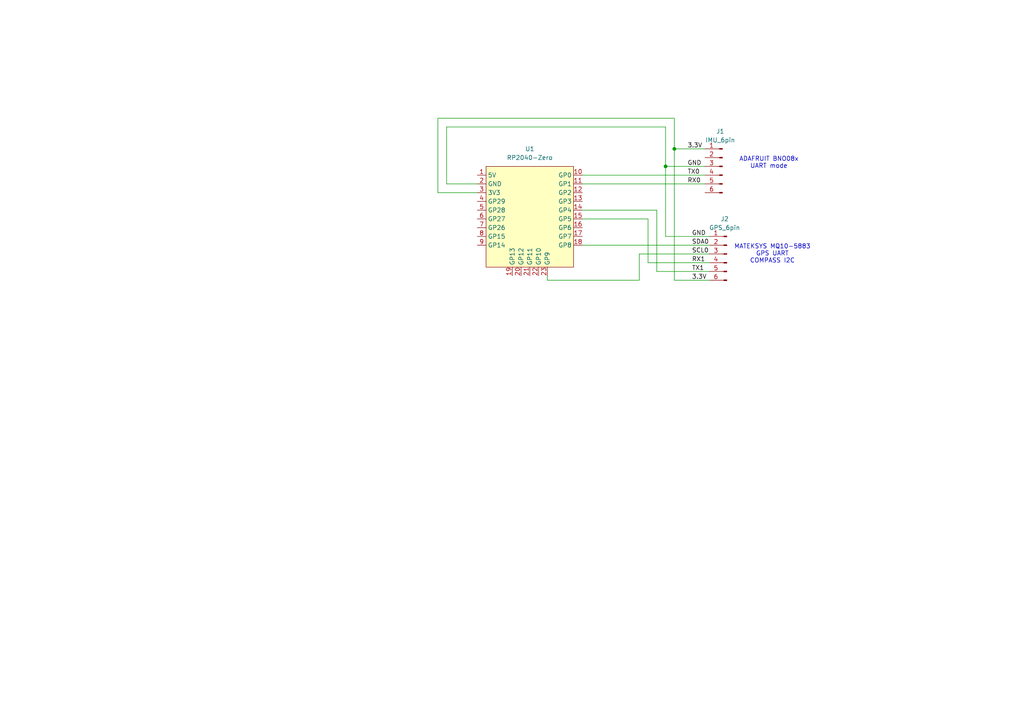
<source format=kicad_sch>
(kicad_sch (version 20250114) (generator "eeschema") (generator_version "9.0")
  (paper "A4")
  (lib_symbols
    (symbol "Connector:Conn_01x06_Pin" (pin_names (offset 1.016) (hide yes))
      (property "Reference" "J" (at 0 7.62 0))
      (property "Value" "Conn_01x06_Pin" (at 0 -10.16 0))
      (symbol "Conn_01x06_Pin_1_1"
        (rectangle (start 0.8636 5.207) (end 0 4.953) (stroke (width 0.1524)) (fill (type outline)))
        (rectangle (start 0.8636 2.667) (end 0 2.413) (stroke (width 0.1524)) (fill (type outline)))
        (rectangle (start 0.8636 0.127) (end 0 -0.127) (stroke (width 0.1524)) (fill (type outline)))
        (rectangle (start 0.8636 -2.413) (end 0 -2.667) (stroke (width 0.1524)) (fill (type outline)))
        (rectangle (start 0.8636 -4.953) (end 0 -5.207) (stroke (width 0.1524)) (fill (type outline)))
        (rectangle (start 0.8636 -7.493) (end 0 -7.747) (stroke (width 0.1524)) (fill (type outline)))
        (polyline (pts (xy 1.27 5.08) (xy 0.8636 5.08)) (stroke (width 0.1524)))
        (polyline (pts (xy 1.27 2.54) (xy 0.8636 2.54)) (stroke (width 0.1524)))
        (polyline (pts (xy 1.27 0) (xy 0.8636 0)) (stroke (width 0.1524)))
        (polyline (pts (xy 1.27 -2.54) (xy 0.8636 -2.54)) (stroke (width 0.1524)))
        (polyline (pts (xy 1.27 -5.08) (xy 0.8636 -5.08)) (stroke (width 0.1524)))
        (polyline (pts (xy 1.27 -7.62) (xy 0.8636 -7.62)) (stroke (width 0.1524)))
        (pin passive line (at 5.08 5.08 180) (length 3.81) (name "Pin_1") (number "1"))
        (pin passive line (at 5.08 2.54 180) (length 3.81) (name "Pin_2") (number "2"))
        (pin passive line (at 5.08 0 180) (length 3.81) (name "Pin_3") (number "3"))
        (pin passive line (at 5.08 -2.54 180) (length 3.81) (name "Pin_4") (number "4"))
        (pin passive line (at 5.08 -5.08 180) (length 3.81) (name "Pin_5") (number "5"))
        (pin passive line (at 5.08 -7.62 180) (length 3.81) (name "Pin_6") (number "6"))
      )
    )
    (symbol "RP2040:RP2040-Zero"
      (property "Reference" "U" (at 0 0 0))
      (property "Value" "RP2040-Zero" (at 0 8.89 0))
      (symbol "RP2040-Zero_0_1"
        (rectangle (start -12.7 7.62) (end 12.7 -21.59) (fill (type background)))
      )
      (symbol "RP2040-Zero_1_1"
        (pin power_in line (at -15.24 5.08 0) (length 2.54) (name "5V") (number "1"))
        (pin power_in line (at -15.24 2.54 0) (length 2.54) (name "GND") (number "2"))
        (pin power_in line (at -15.24 0 0) (length 2.54) (name "3V3") (number "3"))
        (pin bidirectional line (at -15.24 -2.54 0) (length 2.54) (name "GP29") (number "4"))
        (pin bidirectional line (at -15.24 -5.08 0) (length 2.54) (name "GP28") (number "5"))
        (pin bidirectional line (at -15.24 -7.62 0) (length 2.54) (name "GP27") (number "6"))
        (pin bidirectional line (at -15.24 -10.16 0) (length 2.54) (name "GP26") (number "7"))
        (pin bidirectional line (at -15.24 -12.7 0) (length 2.54) (name "GP15") (number "8"))
        (pin bidirectional line (at -15.24 -15.24 0) (length 2.54) (name "GP14") (number "9"))
        (pin bidirectional line (at -5.08 -24.13 90) (length 2.54) (name "GP13") (number "19"))
        (pin bidirectional line (at -2.54 -24.13 90) (length 2.54) (name "GP12") (number "20"))
        (pin bidirectional line (at 0 -24.13 90) (length 2.54) (name "GP11") (number "21"))
        (pin bidirectional line (at 2.54 -24.13 90) (length 2.54) (name "GP10") (number "22"))
        (pin bidirectional line (at 5.08 -24.13 90) (length 2.54) (name "GP9") (number "23"))
        (pin bidirectional line (at 15.24 5.08 180) (length 2.54) (name "GP0") (number "10"))
        (pin bidirectional line (at 15.24 2.54 180) (length 2.54) (name "GP1") (number "11"))
        (pin bidirectional line (at 15.24 0 180) (length 2.54) (name "GP2") (number "12"))
        (pin bidirectional line (at 15.24 -2.54 180) (length 2.54) (name "GP3") (number "13"))
        (pin bidirectional line (at 15.24 -5.08 180) (length 2.54) (name "GP4") (number "14"))
        (pin bidirectional line (at 15.24 -7.62 180) (length 2.54) (name "GP5") (number "15"))
        (pin bidirectional line (at 15.24 -10.16 180) (length 2.54) (name "GP6") (number "16"))
        (pin bidirectional line (at 15.24 -12.7 180) (length 2.54) (name "GP7") (number "17"))
        (pin bidirectional line (at 15.24 -15.24 180) (length 2.54) (name "GP8") (number "18"))
      )
    )
  )
  (text "MATEKSYS MQ10-5883\nGPS UART\nCOMPASS I2C" (at 224.028 73.66 0) (effects (font (size 1.27 1.27))))
  (text "ADAFRUIT BNO08x\nUART mode" (at 223.012 47.244 0) (effects (font (size 1.27 1.27))))
  (junction (at 195.58 43.18))
  (junction (at 193.04 48.26))
  (wire (pts (xy 187.96 63.5) (xy 187.96 76.2)))
  (wire (pts (xy 168.91 71.12) (xy 205.74 71.12)))
  (wire (pts (xy 185.42 73.66) (xy 185.42 81.28)))
  (wire (pts (xy 195.58 34.29) (xy 195.58 43.18)))
  (wire (pts (xy 193.04 68.58) (xy 205.74 68.58)))
  (wire (pts (xy 168.91 63.5) (xy 187.96 63.5)))
  (wire (pts (xy 129.54 53.34) (xy 138.43 53.34)))
  (wire (pts (xy 127 55.88) (xy 138.43 55.88)))
  (wire (pts (xy 193.04 48.26) (xy 204.47 48.26)))
  (wire (pts (xy 187.96 76.2) (xy 205.74 76.2)))
  (wire (pts (xy 168.91 50.8) (xy 204.47 50.8)))
  (wire (pts (xy 158.75 81.28) (xy 185.42 81.28)))
  (wire (pts (xy 190.5 60.96) (xy 190.5 78.74)))
  (wire (pts (xy 129.54 36.83) (xy 193.04 36.83)))
  (wire (pts (xy 129.54 36.83) (xy 129.54 53.34)))
  (wire (pts (xy 168.91 60.96) (xy 190.5 60.96)))
  (wire (pts (xy 193.04 48.26) (xy 193.04 68.58)))
  (wire (pts (xy 185.42 73.66) (xy 205.74 73.66)))
  (wire (pts (xy 158.75 81.28) (xy 158.75 80.01)))
  (wire (pts (xy 190.5 78.74) (xy 205.74 78.74)))
  (wire (pts (xy 127 34.29) (xy 195.58 34.29)))
  (wire (pts (xy 127 34.29) (xy 127 55.88)))
  (wire (pts (xy 168.91 53.34) (xy 204.47 53.34)))
  (wire (pts (xy 195.58 81.28) (xy 205.74 81.28)))
  (wire (pts (xy 195.58 43.18) (xy 204.47 43.18)))
  (wire (pts (xy 193.04 36.83) (xy 193.04 48.26)))
  (wire (pts (xy 195.58 43.18) (xy 195.58 81.28)))
  (label "RX1" (at 200.66 76.2 0))
  (label "GND" (at 200.66 68.58 0))
  (label "TX1" (at 200.66 78.74 0))
  (label "TX0" (at 199.39 50.8 0))
  (label "3.3V" (at 199.39 43.18 0))
  (label "RX0" (at 199.39 53.34 0))
  (label "SCL0" (at 200.66 73.66 0))
  (label "SDA0" (at 200.66 71.12 0))
  (label "GND" (at 199.39 48.26 0))
  (label "3.3V" (at 200.66 81.28 0))
  (symbol (lib_id "Connector:Conn_01x06_Pin") (at 209.55 48.26 0) (mirror y) (unit 1)
    (property "Reference" "J1" (at 208.915 38.1 0))
    (property "Value" "IMU_6pin" (at 208.915 40.64 0))
    (property "Description" "Generic connector, single row, 01x06, script generated" (effects (hide yes)))
  )
  (symbol (lib_id "RP2040:RP2040-Zero") (at 153.67 55.88 0) (unit 1)
    (property "Reference" "U1" (at 153.67 43.18 0))
    (property "Value" "RP2040-Zero" (at 153.67 45.72 0))
  )
  (symbol (lib_id "Connector:Conn_01x06_Pin") (at 210.82 73.66 0) (mirror y) (unit 1)
    (property "Reference" "J2" (at 210.185 63.5 0))
    (property "Value" "GPS_6pin" (at 210.185 66.04 0))
    (property "Description" "Generic connector, single row, 01x06, script generated" (effects (hide yes)))
  )
)
</source>
